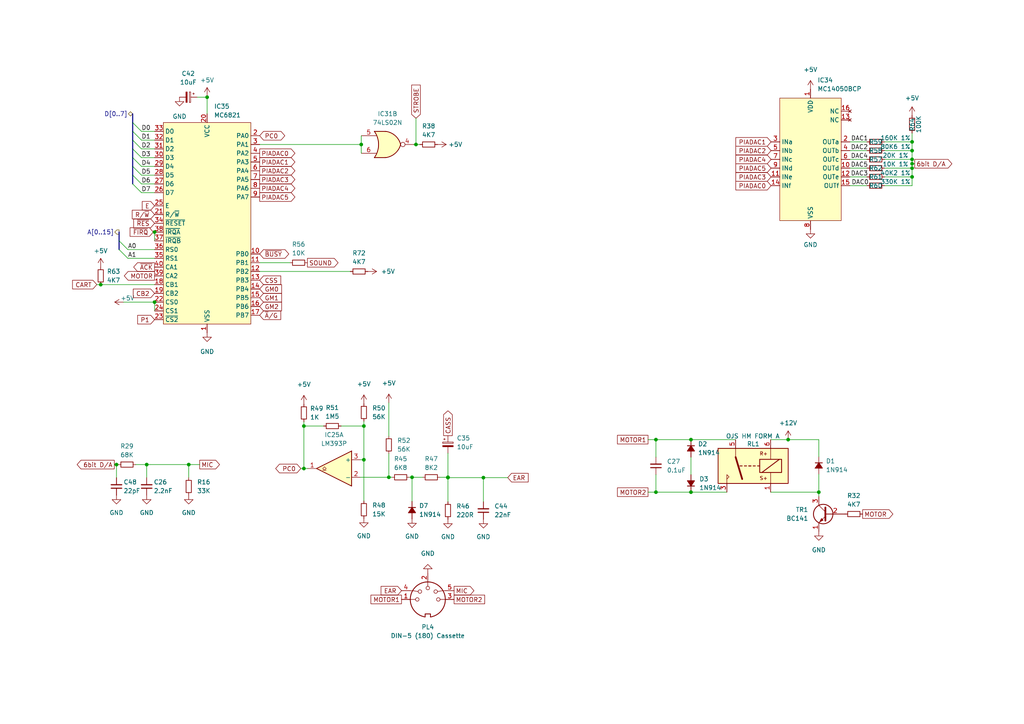
<source format=kicad_sch>
(kicad_sch (version 20231120) (generator "eeschema") (generator_version "8.0")
  (paper "A4")
  (lib_symbols
    (symbol "74xx:74LS02" (pin_names (offset 1.016))
      (property "Reference" "U" (at 0 1.27 0))
      (property "Value" "74LS02" (at 0 -1.27 0))
      (symbol "74LS02_1_1"
        (arc (start -3.81 -3.81) (mid -2.589 0) (end -3.81 3.81) (stroke (width 0.254)))
        (arc (start -0.6096 -3.81) (mid 2.1855 -2.584) (end 3.81 0) (stroke (width 0.254)) (fill (type background)))
        (polyline (pts (xy -3.81 -3.81) (xy -0.635 -3.81)) (stroke (width 0.254)) (fill (type background)))
        (polyline (pts (xy -3.81 3.81) (xy -0.635 3.81)) (stroke (width 0.254)) (fill (type background)))
        (polyline (pts (xy -0.635 3.81) (xy -3.81 3.81) (xy -3.81 3.81) (xy -3.556 3.4036) (xy -3.0226 2.2606) (xy -2.6924 1.0414) (xy -2.6162 -0.254) (xy -2.7686 -1.4986) (xy -3.175 -2.7178) (xy -3.81 -3.81) (xy -3.81 -3.81) (xy -0.635 -3.81)) (stroke (width -25.4)) (fill (type background)))
        (arc (start 3.81 0) (mid 2.1928 2.5925) (end -0.6096 3.81) (stroke (width 0.254)) (fill (type background)))
        (pin output inverted (at 7.62 0 180) (length 3.81) (name "~") (number "1"))
        (pin input line (at -7.62 2.54 0) (length 4.318) (name "~") (number "2"))
        (pin input line (at -7.62 -2.54 0) (length 4.318) (name "~") (number "3"))
      )
      (symbol "74LS02_1_2"
        (arc (start 0 -3.81) (mid 3.7934 0) (end 0 3.81) (stroke (width 0.254)) (fill (type background)))
        (polyline (pts (xy 0 3.81) (xy -3.81 3.81) (xy -3.81 -3.81) (xy 0 -3.81)) (stroke (width 0.254)) (fill (type background)))
        (pin output line (at 7.62 0 180) (length 3.81) (name "~") (number "1"))
        (pin input inverted (at -7.62 2.54 0) (length 3.81) (name "~") (number "2"))
        (pin input inverted (at -7.62 -2.54 0) (length 3.81) (name "~") (number "3"))
      )
      (symbol "74LS02_2_1"
        (arc (start -3.81 -3.81) (mid -2.589 0) (end -3.81 3.81) (stroke (width 0.254)))
        (arc (start -0.6096 -3.81) (mid 2.1855 -2.584) (end 3.81 0) (stroke (width 0.254)) (fill (type background)))
        (polyline (pts (xy -3.81 -3.81) (xy -0.635 -3.81)) (stroke (width 0.254)) (fill (type background)))
        (polyline (pts (xy -3.81 3.81) (xy -0.635 3.81)) (stroke (width 0.254)) (fill (type background)))
        (polyline (pts (xy -0.635 3.81) (xy -3.81 3.81) (xy -3.81 3.81) (xy -3.556 3.4036) (xy -3.0226 2.2606) (xy -2.6924 1.0414) (xy -2.6162 -0.254) (xy -2.7686 -1.4986) (xy -3.175 -2.7178) (xy -3.81 -3.81) (xy -3.81 -3.81) (xy -0.635 -3.81)) (stroke (width -25.4)) (fill (type background)))
        (arc (start 3.81 0) (mid 2.1928 2.5925) (end -0.6096 3.81) (stroke (width 0.254)) (fill (type background)))
        (pin output inverted (at 7.62 0 180) (length 3.81) (name "~") (number "4"))
        (pin input line (at -7.62 2.54 0) (length 4.318) (name "~") (number "5"))
        (pin input line (at -7.62 -2.54 0) (length 4.318) (name "~") (number "6"))
      )
      (symbol "74LS02_2_2"
        (arc (start 0 -3.81) (mid 3.7934 0) (end 0 3.81) (stroke (width 0.254)) (fill (type background)))
        (polyline (pts (xy 0 3.81) (xy -3.81 3.81) (xy -3.81 -3.81) (xy 0 -3.81)) (stroke (width 0.254)) (fill (type background)))
        (pin output line (at 7.62 0 180) (length 3.81) (name "~") (number "4"))
        (pin input inverted (at -7.62 2.54 0) (length 3.81) (name "~") (number "5"))
        (pin input inverted (at -7.62 -2.54 0) (length 3.81) (name "~") (number "6"))
      )
      (symbol "74LS02_3_1"
        (arc (start -3.81 -3.81) (mid -2.589 0) (end -3.81 3.81) (stroke (width 0.254)))
        (arc (start -0.6096 -3.81) (mid 2.1855 -2.584) (end 3.81 0) (stroke (width 0.254)) (fill (type background)))
        (polyline (pts (xy -3.81 -3.81) (xy -0.635 -3.81)) (stroke (width 0.254)) (fill (type background)))
        (polyline (pts (xy -3.81 3.81) (xy -0.635 3.81)) (stroke (width 0.254)) (fill (type background)))
        (polyline (pts (xy -0.635 3.81) (xy -3.81 3.81) (xy -3.81 3.81) (xy -3.556 3.4036) (xy -3.0226 2.2606) (xy -2.6924 1.0414) (xy -2.6162 -0.254) (xy -2.7686 -1.4986) (xy -3.175 -2.7178) (xy -3.81 -3.81) (xy -3.81 -3.81) (xy -0.635 -3.81)) (stroke (width -25.4)) (fill (type background)))
        (arc (start 3.81 0) (mid 2.1928 2.5925) (end -0.6096 3.81) (stroke (width 0.254)) (fill (type background)))
        (pin output inverted (at 7.62 0 180) (length 3.81) (name "~") (number "10"))
        (pin input line (at -7.62 2.54 0) (length 4.318) (name "~") (number "8"))
        (pin input line (at -7.62 -2.54 0) (length 4.318) (name "~") (number "9"))
      )
      (symbol "74LS02_3_2"
        (arc (start 0 -3.81) (mid 3.7934 0) (end 0 3.81) (stroke (width 0.254)) (fill (type background)))
        (polyline (pts (xy 0 3.81) (xy -3.81 3.81) (xy -3.81 -3.81) (xy 0 -3.81)) (stroke (width 0.254)) (fill (type background)))
        (pin output line (at 7.62 0 180) (length 3.81) (name "~") (number "10"))
        (pin input inverted (at -7.62 2.54 0) (length 3.81) (name "~") (number "8"))
        (pin input inverted (at -7.62 -2.54 0) (length 3.81) (name "~") (number "9"))
      )
      (symbol "74LS02_4_1"
        (arc (start -3.81 -3.81) (mid -2.589 0) (end -3.81 3.81) (stroke (width 0.254)))
        (arc (start -0.6096 -3.81) (mid 2.1855 -2.584) (end 3.81 0) (stroke (width 0.254)) (fill (type background)))
        (polyline (pts (xy -3.81 -3.81) (xy -0.635 -3.81)) (stroke (width 0.254)) (fill (type background)))
        (polyline (pts (xy -3.81 3.81) (xy -0.635 3.81)) (stroke (width 0.254)) (fill (type background)))
        (polyline (pts (xy -0.635 3.81) (xy -3.81 3.81) (xy -3.81 3.81) (xy -3.556 3.4036) (xy -3.0226 2.2606) (xy -2.6924 1.0414) (xy -2.6162 -0.254) (xy -2.7686 -1.4986) (xy -3.175 -2.7178) (xy -3.81 -3.81) (xy -3.81 -3.81) (xy -0.635 -3.81)) (stroke (width -25.4)) (fill (type background)))
        (arc (start 3.81 0) (mid 2.1928 2.5925) (end -0.6096 3.81) (stroke (width 0.254)) (fill (type background)))
        (pin input line (at -7.62 2.54 0) (length 4.318) (name "~") (number "11"))
        (pin input line (at -7.62 -2.54 0) (length 4.318) (name "~") (number "12"))
        (pin output inverted (at 7.62 0 180) (length 3.81) (name "~") (number "13"))
      )
      (symbol "74LS02_4_2"
        (arc (start 0 -3.81) (mid 3.7934 0) (end 0 3.81) (stroke (width 0.254)) (fill (type background)))
        (polyline (pts (xy 0 3.81) (xy -3.81 3.81) (xy -3.81 -3.81) (xy 0 -3.81)) (stroke (width 0.254)) (fill (type background)))
        (pin input inverted (at -7.62 2.54 0) (length 3.81) (name "~") (number "11"))
        (pin input inverted (at -7.62 -2.54 0) (length 3.81) (name "~") (number "12"))
        (pin output line (at 7.62 0 180) (length 3.81) (name "~") (number "13"))
      )
      (symbol "74LS02_5_0"
        (pin power_in line (at 0 12.7 270) (length 5.08) (name "VCC") (number "14"))
        (pin power_in line (at 0 -12.7 90) (length 5.08) (name "GND") (number "7"))
      )
      (symbol "74LS02_5_1"
        (rectangle (start -5.08 7.62) (end 5.08 -7.62) (stroke (width 0.254)) (fill (type background)))
      )
    )
    (symbol "Comparator:LM393" (pin_names (offset 0.127))
      (property "Reference" "U" (at 3.81 3.81 0))
      (property "Value" "LM393" (at 6.35 -3.81 0))
      (symbol "LM393_1_1"
        (polyline (pts (xy -5.08 5.08) (xy 5.08 0) (xy -5.08 -5.08) (xy -5.08 5.08)) (stroke (width 0.254)) (fill (type background)))
        (polyline (pts (xy 3.302 -0.508) (xy 2.794 -0.508) (xy 3.302 0) (xy 2.794 0.508) (xy 2.286 0) (xy 2.794 -0.508) (xy 2.286 -0.508)) (stroke (width 0.127)))
        (pin open_collector line (at 7.62 0 180) (length 2.54) (name "~") (number "1"))
        (pin input line (at -7.62 -2.54 0) (length 2.54) (name "-") (number "2"))
        (pin input line (at -7.62 2.54 0) (length 2.54) (name "+") (number "3"))
      )
      (symbol "LM393_2_1"
        (polyline (pts (xy -5.08 5.08) (xy 5.08 0) (xy -5.08 -5.08) (xy -5.08 5.08)) (stroke (width 0.254)) (fill (type background)))
        (polyline (pts (xy 3.302 -0.508) (xy 2.794 -0.508) (xy 3.302 0) (xy 2.794 0.508) (xy 2.286 0) (xy 2.794 -0.508) (xy 2.286 -0.508)) (stroke (width 0.127)))
        (pin input line (at -7.62 2.54 0) (length 2.54) (name "+") (number "5"))
        (pin input line (at -7.62 -2.54 0) (length 2.54) (name "_") (number "6"))
        (pin open_collector line (at 7.62 0 180) (length 2.54) (name "~") (number "7"))
      )
      (symbol "LM393_3_1"
        (pin power_in line (at -2.54 -7.62 90) (length 3.81) (name "V-") (number "4"))
        (pin power_in line (at -2.54 7.62 270) (length 3.81) (name "V+") (number "8"))
      )
    )
    (symbol "Connector:DIN-5_180degree" (pin_names (offset 1.016))
      (property "Reference" "J" (at 3.175 5.715 0))
      (property "Value" "DIN-5_180degree" (at 0 -6.35 0))
      (symbol "DIN-5_180degree_0_1"
        (arc (start -5.08 0) (mid -3.8597 -3.3379) (end -0.762 -5.08) (stroke (width 0.254)))
        (circle (center -3.048 0) (radius 0.508))
        (circle (center -2.286 2.286) (radius 0.508))
        (polyline (pts (xy -5.08 0) (xy -3.556 0)))
        (polyline (pts (xy 0 5.08) (xy 0 3.81)))
        (polyline (pts (xy 5.08 0) (xy 3.556 0)))
        (polyline (pts (xy -5.08 2.54) (xy -4.318 2.54) (xy -2.794 2.286)))
        (polyline (pts (xy 5.08 2.54) (xy 4.318 2.54) (xy 2.794 2.286)))
        (polyline (pts (xy -0.762 -4.953) (xy -0.762 -4.191) (xy 0.762 -4.191) (xy 0.762 -4.953)) (stroke (width 0.254)))
        (circle (center 0 3.302) (radius 0.508))
        (arc (start 0.762 -5.08) (mid 3.8673 -3.3444) (end 5.08 0) (stroke (width 0.254)))
        (circle (center 2.286 2.286) (radius 0.508))
        (circle (center 3.048 0) (radius 0.508))
        (arc (start 5.08 0) (mid 0 5.0579) (end -5.08 0) (stroke (width 0.254)))
      )
      (symbol "DIN-5_180degree_1_1"
        (pin passive line (at -7.62 0 0) (length 2.54) (name "~") (number "1"))
        (pin passive line (at 0 7.62 270) (length 2.54) (name "~") (number "2"))
        (pin passive line (at 7.62 0 180) (length 2.54) (name "~") (number "3"))
        (pin passive line (at -7.62 2.54 0) (length 2.54) (name "~") (number "4"))
        (pin passive line (at 7.62 2.54 180) (length 2.54) (name "~") (number "5"))
      )
    )
    (symbol "Device:C_Polarized_Small" (pin_numbers hide) (pin_names (offset 0.254) hide)
      (property "Reference" "C" (at 0.254 1.778 0))
      (property "Value" "C_Polarized_Small" (at 0.254 -2.032 0))
      (symbol "C_Polarized_Small_0_1"
        (rectangle (start -1.524 -0.3048) (end 1.524 -0.6858) (fill (type outline)))
        (rectangle (start -1.524 0.6858) (end 1.524 0.3048))
        (polyline (pts (xy -1.27 1.524) (xy -0.762 1.524)))
        (polyline (pts (xy -1.016 1.27) (xy -1.016 1.778)))
      )
      (symbol "C_Polarized_Small_1_1"
        (pin passive line (at 0 2.54 270) (length 1.8542) (name "~") (number "1"))
        (pin passive line (at 0 -2.54 90) (length 1.8542) (name "~") (number "2"))
      )
    )
    (symbol "Device:C_Small" (pin_numbers hide) (pin_names (offset 0.254) hide)
      (property "Reference" "C" (at 0.254 1.778 0))
      (property "Value" "C_Small" (at 0.254 -2.032 0))
      (symbol "C_Small_0_1"
        (polyline (pts (xy -1.524 -0.508) (xy 1.524 -0.508)) (stroke (width 0.3302)))
        (polyline (pts (xy -1.524 0.508) (xy 1.524 0.508)) (stroke (width 0.3048)))
      )
      (symbol "C_Small_1_1"
        (pin passive line (at 0 2.54 270) (length 2.032) (name "~") (number "1"))
        (pin passive line (at 0 -2.54 90) (length 2.032) (name "~") (number "2"))
      )
    )
    (symbol "Device:D_Small_Filled" (pin_numbers hide) (pin_names (offset 0.254) hide)
      (property "Reference" "D" (at -1.27 2.032 0))
      (property "Value" "D_Small_Filled" (at -3.81 -2.032 0))
      (symbol "D_Small_Filled_0_1"
        (polyline (pts (xy -0.762 -1.016) (xy -0.762 1.016)) (stroke (width 0.254)))
        (polyline (pts (xy -0.762 0) (xy 0.762 0)))
        (polyline (pts (xy 0.762 -1.016) (xy -0.762 0) (xy 0.762 1.016) (xy 0.762 -1.016)) (stroke (width 0.254)) (fill (type outline)))
      )
      (symbol "D_Small_Filled_1_1"
        (pin passive line (at -2.54 0 0) (length 1.778) (name "K") (number "1"))
        (pin passive line (at 2.54 0 180) (length 1.778) (name "A") (number "2"))
      )
    )
    (symbol "Device:R_Small" (pin_numbers hide) (pin_names (offset 0.254) hide)
      (property "Reference" "R" (at 0.762 0.508 0))
      (property "Value" "R_Small" (at 0.762 -1.016 0))
      (symbol "R_Small_0_1"
        (rectangle (start -0.762 1.778) (end 0.762 -1.778) (stroke (width 0.2032)))
      )
      (symbol "R_Small_1_1"
        (pin passive line (at 0 2.54 270) (length 0.762) (name "~") (number "1"))
        (pin passive line (at 0 -2.54 90) (length 0.762) (name "~") (number "2"))
      )
    )
    (symbol "Motorola PIA:MC14050BCP"
      (property "Reference" "U" (at 0 8.89 0))
      (property "Value" "MC14050BCP" (at 0 -10.16 0))
      (symbol "MC14050BCP_0_1"
        (rectangle (start -8.89 17.78) (end 8.89 -17.78) (fill (type background)))
      )
      (symbol "MC14050BCP_1_1"
        (pin power_in line (at 0 20.32 270) (length 2.54) (name "VDD") (number "1"))
        (pin output line (at 11.43 -2.54 180) (length 2.54) (name "OUTd") (number "10"))
        (pin input line (at -11.43 -5.08 0) (length 2.54) (name "INe") (number "11"))
        (pin output line (at 11.43 -5.08 180) (length 2.54) (name "OUTe") (number "12"))
        (pin no_connect line (at 11.43 11.43 180) (length 2.54) (name "NC") (number "13"))
        (pin input line (at -11.43 -7.62 0) (length 2.54) (name "INf") (number "14"))
        (pin output line (at 11.43 -7.62 180) (length 2.54) (name "OUTf") (number "15"))
        (pin no_connect line (at 11.43 13.97 180) (length 2.54) (name "NC") (number "16"))
        (pin output line (at 11.43 5.08 180) (length 2.54) (name "OUTa") (number "2"))
        (pin input line (at -11.43 5.08 0) (length 2.54) (name "INa") (number "3"))
        (pin output line (at 11.43 2.54 180) (length 2.54) (name "OUTb") (number "4"))
        (pin input line (at -11.43 2.54 0) (length 2.54) (name "INb") (number "5"))
        (pin output line (at 11.43 0 180) (length 2.54) (name "OUTc") (number "6"))
        (pin input line (at -11.43 0 0) (length 2.54) (name "INc") (number "7"))
        (pin power_in line (at 0 -20.32 90) (length 2.54) (name "VSS") (number "8"))
        (pin input line (at -11.43 -2.54 0) (length 2.54) (name "INd") (number "9"))
      )
    )
    (symbol "Motorola PIA:MC6821"
      (property "Reference" "U" (at 0 1.27 0))
      (property "Value" "MC6821" (at 0 -1.27 0))
      (symbol "MC6821_0_1"
        (rectangle (start -12.7 30.48) (end 12.7 -27.94) (fill (type background)))
      )
      (symbol "MC6821_1_1"
        (pin power_in line (at 0 -30.48 90) (length 2.54) (name "VSS") (number "1"))
        (pin bidirectional line (at 15.24 -7.62 180) (length 2.54) (name "PB0") (number "10"))
        (pin bidirectional line (at 15.24 -10.16 180) (length 2.54) (name "PB1") (number "11"))
        (pin bidirectional line (at 15.24 -12.7 180) (length 2.54) (name "PB2") (number "12"))
        (pin bidirectional line (at 15.24 -15.24 180) (length 2.54) (name "PB3") (number "13"))
        (pin bidirectional line (at 15.24 -17.78 180) (length 2.54) (name "PB4") (number "14"))
        (pin bidirectional line (at 15.24 -20.32 180) (length 2.54) (name "PB5") (number "15"))
        (pin bidirectional line (at 15.24 -22.86 180) (length 2.54) (name "PB6") (number "16"))
        (pin bidirectional line (at 15.24 -25.4 180) (length 2.54) (name "PB7") (number "17"))
        (pin input line (at -15.24 -16.51 0) (length 2.54) (name "CB1") (number "18"))
        (pin input line (at -15.24 -19.05 0) (length 2.54) (name "CB2") (number "19"))
        (pin bidirectional line (at 15.24 26.67 180) (length 2.54) (name "PA0") (number "2"))
        (pin power_in line (at 0 33.02 270) (length 2.54) (name "VCC") (number "20"))
        (pin input line (at -15.24 3.81 0) (length 2.54) (name "R/~{W}") (number "21"))
        (pin input line (at -15.24 -21.59 0) (length 2.54) (name "CS0") (number "22"))
        (pin input line (at -15.24 -26.67 0) (length 2.54) (name "~{CS2}") (number "23"))
        (pin input line (at -15.24 -24.13 0) (length 2.54) (name "CS1") (number "24"))
        (pin input line (at -15.24 6.35 0) (length 2.54) (name "E") (number "25"))
        (pin bidirectional line (at -15.24 10.16 0) (length 2.54) (name "D7") (number "26"))
        (pin bidirectional line (at -15.24 12.7 0) (length 2.54) (name "D6") (number "27"))
        (pin bidirectional line (at -15.24 15.24 0) (length 2.54) (name "D5") (number "28"))
        (pin bidirectional line (at -15.24 17.78 0) (length 2.54) (name "D4") (number "29"))
        (pin bidirectional line (at 15.24 24.13 180) (length 2.54) (name "PA1") (number "3"))
        (pin bidirectional line (at -15.24 20.32 0) (length 2.54) (name "D3") (number "30"))
        (pin bidirectional line (at -15.24 22.86 0) (length 2.54) (name "D2") (number "31"))
        (pin bidirectional line (at -15.24 25.4 0) (length 2.54) (name "D1") (number "32"))
        (pin bidirectional line (at -15.24 27.94 0) (length 2.54) (name "D0") (number "33"))
        (pin input line (at -15.24 1.27 0) (length 2.54) (name "~{RESET}") (number "34"))
        (pin input line (at -15.24 -8.89 0) (length 2.54) (name "RS1") (number "35"))
        (pin input line (at -15.24 -6.35 0) (length 2.54) (name "RS0") (number "36"))
        (pin input line (at -15.24 -3.81 0) (length 2.54) (name "~{IRQB}") (number "37"))
        (pin input line (at -15.24 -1.27 0) (length 2.54) (name "~{IRQA}") (number "38"))
        (pin input line (at -15.24 -13.97 0) (length 2.54) (name "CA2") (number "39"))
        (pin bidirectional line (at 15.24 21.59 180) (length 2.54) (name "PA2") (number "4"))
        (pin input line (at -15.24 -11.43 0) (length 2.54) (name "CA1") (number "40"))
        (pin bidirectional line (at 15.24 19.05 180) (length 2.54) (name "PA3") (number "5"))
        (pin bidirectional line (at 15.24 16.51 180) (length 2.54) (name "PA4") (number "6"))
        (pin bidirectional line (at 15.24 13.97 180) (length 2.54) (name "PA5") (number "7"))
        (pin bidirectional line (at 15.24 11.43 180) (length 2.54) (name "PA6") (number "8"))
        (pin bidirectional line (at 15.24 8.89 180) (length 2.54) (name "PA7") (number "9"))
      )
    )
    (symbol "Relay:ADW11"
      (property "Reference" "K" (at 11.43 3.81 0))
      (property "Value" "ADW11" (at 13.97 1.27 0))
      (symbol "ADW11_1_1"
        (rectangle (start -10.16 5.08) (end 10.16 -5.08) (stroke (width 0.254)) (fill (type background)))
        (rectangle (start -8.255 1.905) (end -1.905 -1.905) (stroke (width 0.254)))
        (polyline (pts (xy -7.62 -1.905) (xy -2.54 1.905)) (stroke (width 0.254)))
        (polyline (pts (xy -5.08 -5.08) (xy -5.08 -1.905)))
        (polyline (pts (xy -5.08 5.08) (xy -5.08 1.905)))
        (polyline (pts (xy -1.905 0) (xy -1.27 0)) (stroke (width 0.254)))
        (polyline (pts (xy -0.635 0) (xy 0 0)) (stroke (width 0.254)))
        (polyline (pts (xy 0.635 0) (xy 1.27 0)) (stroke (width 0.254)))
        (polyline (pts (xy 0.635 0) (xy 1.27 0)) (stroke (width 0.254)))
        (polyline (pts (xy 1.905 0) (xy 2.54 0)) (stroke (width 0.254)))
        (polyline (pts (xy 3.175 0) (xy 3.81 0)) (stroke (width 0.254)))
        (polyline (pts (xy 5.08 -2.54) (xy 3.175 3.81)) (stroke (width 0.508)))
        (polyline (pts (xy 5.08 -2.54) (xy 5.08 -5.08)))
        (polyline (pts (xy 7.62 3.81) (xy 7.62 5.08)))
        (polyline (pts (xy 7.62 3.81) (xy 7.62 2.54) (xy 6.985 3.175) (xy 7.62 3.81)))
        (text "R+" (at -3.048 -3.556 0) (effects (font (size 1.016 1.016))))
        (text "S+" (at -3.048 3.556 0) (effects (font (size 1.016 1.016))))
        (pin passive line (at -5.08 7.62 270) (length 2.54) (name "~") (number "1"))
        (pin passive line (at 7.62 7.62 270) (length 2.54) (name "~") (number "3"))
        (pin passive line (at 5.08 -7.62 90) (length 2.54) (name "~") (number "5"))
        (pin passive line (at -5.08 -7.62 90) (length 2.54) (name "~") (number "6"))
      )
    )
    (symbol "Transistor_BJT:BC141" (pin_names (offset 0) hide)
      (property "Reference" "Q" (at 5.08 1.905 0))
      (property "Value" "BC141" (at 5.08 0 0))
      (symbol "BC141_0_1"
        (polyline (pts (xy 0.635 0.635) (xy 2.54 2.54)))
        (polyline (pts (xy 0.635 -0.635) (xy 2.54 -2.54) (xy 2.54 -2.54)))
        (polyline (pts (xy 0.635 1.905) (xy 0.635 -1.905) (xy 0.635 -1.905)) (stroke (width 0.508)))
        (polyline (pts (xy 1.27 -1.778) (xy 1.778 -1.27) (xy 2.286 -2.286) (xy 1.27 -1.778) (xy 1.27 -1.778)) (fill (type outline)))
        (circle (center 1.27 0) (radius 2.8194) (stroke (width 0.254)))
      )
      (symbol "BC141_1_1"
        (pin passive line (at 2.54 -5.08 90) (length 2.54) (name "E") (number "1"))
        (pin passive line (at -5.08 0 0) (length 5.715) (name "B") (number "2"))
        (pin passive line (at 2.54 5.08 270) (length 2.54) (name "C") (number "3"))
      )
    )
    (symbol "power:+12V" (power) (pin_names (offset 0))
      (property "Value" "+12V" (at 0 3.556 0))
      (symbol "+12V_0_1"
        (polyline (pts (xy -0.762 1.27) (xy 0 2.54)))
        (polyline (pts (xy 0 0) (xy 0 2.54)))
        (polyline (pts (xy 0 2.54) (xy 0.762 1.27)))
      )
      (symbol "+12V_1_1"
        (pin power_in line (at 0 0 90) (length 0) hide (name "+12V") (number "1"))
      )
    )
    (symbol "power:+5V" (power) (pin_names (offset 0))
      (property "Value" "+5V" (at 0 3.556 0))
      (symbol "+5V_0_1"
        (polyline (pts (xy -0.762 1.27) (xy 0 2.54)))
        (polyline (pts (xy 0 0) (xy 0 2.54)))
        (polyline (pts (xy 0 2.54) (xy 0.762 1.27)))
      )
      (symbol "+5V_1_1"
        (pin power_in line (at 0 0 90) (length 0) hide (name "+5V") (number "1"))
      )
    )
    (symbol "power:GND" (power) (pin_names (offset 0))
      (property "Value" "GND" (at 0 -3.81 0))
      (symbol "GND_0_1"
        (polyline (pts (xy 0 0) (xy 0 -1.27) (xy 1.27 -1.27) (xy 0 -2.54) (xy -1.27 -1.27) (xy 0 -1.27)))
      )
      (symbol "GND_1_1"
        (pin power_in line (at 0 0 270) (length 0) hide (name "GND") (number "1"))
      )
    )
  )
  (junction (at 42.545 134.747))
  (junction (at 54.737 134.747))
  (junction (at 119.507 138.43))
  (junction (at 190.246 142.748))
  (junction (at 140.208 138.5303))
  (junction (at 129.921 138.43))
  (junction (at 29.21 82.55))
  (junction (at 200.406 127.508))
  (junction (at 264.541 43.688))
  (junction (at 129.921 138.5303))
  (junction (at 264.541 48.768))
  (junction (at 44.831 87.63))
  (junction (at 120.65 41.91))
  (junction (at 105.537 133.35))
  (junction (at 264.541 47.498))
  (junction (at 104.775 41.91))
  (junction (at 264.541 51.308))
  (junction (at 237.49 142.748))
  (junction (at 88.138 135.89))
  (junction (at 190.246 127.508))
  (junction (at 200.406 142.748))
  (junction (at 88.138 123.571))
  (junction (at 60.071 28.194))
  (junction (at 264.541 41.148))
  (junction (at 112.776 138.43))
  (junction (at 33.782 134.747))
  (junction (at 228.6 127.508))
  (junction (at 105.537 123.571))
  (junction (at 44.831 67.31))
  (junction (at 264.541 46.228))
  (bus_entry (at 38.481 40.64) (size 2.54 2.54))
  (bus_entry (at 34.544 69.85) (size 2.54 2.54))
  (bus_entry (at 38.481 35.56) (size 2.54 2.54))
  (bus_entry (at 38.481 50.8) (size 2.54 2.54))
  (bus_entry (at 38.481 53.34) (size 2.54 2.54))
  (bus_entry (at 38.481 43.18) (size 2.54 2.54))
  (bus_entry (at 38.481 45.72) (size 2.54 2.54))
  (bus_entry (at 38.481 48.26) (size 2.54 2.54))
  (bus_entry (at 38.481 38.1) (size 2.54 2.54))
  (bus_entry (at 34.544 72.39) (size 2.54 2.54))
  (wire (pts (xy 147.2599 138.5359) (xy 140.208 138.5303)))
  (wire (pts (xy 104.775 39.37) (xy 104.775 41.91)))
  (wire (pts (xy 140.208 145.542) (xy 140.208 138.5303)))
  (wire (pts (xy 41.021 38.1) (xy 44.831 38.1)))
  (bus (pts (xy 38.481 38.1) (xy 38.481 40.64)))
  (wire (pts (xy 264.541 47.498) (xy 264.541 48.768)))
  (bus (pts (xy 38.481 45.72) (xy 38.481 48.26)))
  (wire (pts (xy 120.015 41.91) (xy 120.65 41.91)))
  (wire (pts (xy 42.545 134.747) (xy 42.545 138.557)))
  (bus (pts (xy 34.544 69.85) (xy 34.544 72.39)))
  (wire (pts (xy 54.737 134.747) (xy 42.545 134.747)))
  (wire (pts (xy 251.46 41.148) (xy 246.507 41.148)))
  (wire (pts (xy 112.776 116.84) (xy 112.776 126.492)))
  (wire (pts (xy 251.46 43.688) (xy 246.507 43.688)))
  (wire (pts (xy 33.782 134.747) (xy 34.29 134.747)))
  (wire (pts (xy 105.537 123.571) (xy 98.933 123.571)))
  (wire (pts (xy 112.776 131.572) (xy 112.776 138.43)))
  (wire (pts (xy 264.541 48.768) (xy 264.541 51.308)))
  (wire (pts (xy 237.49 137.541) (xy 237.49 142.748)))
  (wire (pts (xy 57.912 134.747) (xy 54.737 134.747)))
  (wire (pts (xy 41.021 45.72) (xy 44.831 45.72)))
  (wire (pts (xy 200.406 142.748) (xy 210.82 142.748)))
  (wire (pts (xy 264.541 38.608) (xy 264.541 41.148)))
  (wire (pts (xy 256.54 48.768) (xy 264.541 48.768)))
  (wire (pts (xy 54.737 134.747) (xy 54.737 138.557)))
  (wire (pts (xy 200.406 132.588) (xy 200.406 137.668)))
  (wire (pts (xy 251.46 48.768) (xy 246.507 48.768)))
  (wire (pts (xy 119.507 145.415) (xy 119.507 138.43)))
  (wire (pts (xy 105.537 122.174) (xy 105.537 123.571)))
  (wire (pts (xy 200.406 127.508) (xy 213.36 127.508)))
  (wire (pts (xy 190.246 127.508) (xy 200.406 127.508)))
  (wire (pts (xy 35.814 87.63) (xy 44.831 87.63)))
  (wire (pts (xy 256.54 51.308) (xy 264.541 51.308)))
  (bus (pts (xy 38.481 48.26) (xy 38.481 50.8)))
  (wire (pts (xy 75.311 78.74) (xy 101.6 78.74)))
  (wire (pts (xy 187.96 142.748) (xy 190.246 142.748)))
  (wire (pts (xy 264.541 46.228) (xy 264.541 47.498)))
  (wire (pts (xy 129.921 145.542) (xy 129.921 138.5303)))
  (wire (pts (xy 87.249 135.89) (xy 88.138 135.89)))
  (wire (pts (xy 28.067 82.55) (xy 29.21 82.55)))
  (wire (pts (xy 237.49 127.508) (xy 237.49 132.461)))
  (wire (pts (xy 105.537 133.35) (xy 105.537 145.288)))
  (wire (pts (xy 29.21 82.55) (xy 44.831 82.55)))
  (wire (pts (xy 256.54 53.848) (xy 264.541 53.848)))
  (wire (pts (xy 223.52 142.748) (xy 237.49 142.748)))
  (wire (pts (xy 129.921 131.445) (xy 129.921 138.43)))
  (wire (pts (xy 44.831 67.31) (xy 44.831 69.85)))
  (wire (pts (xy 42.545 134.747) (xy 39.37 134.747)))
  (wire (pts (xy 190.246 142.748) (xy 200.406 142.748)))
  (wire (pts (xy 251.46 53.848) (xy 246.507 53.848)))
  (wire (pts (xy 129.921 138.5303) (xy 129.921 138.43)))
  (wire (pts (xy 237.49 142.748) (xy 237.49 144.018)))
  (wire (pts (xy 120.65 34.29) (xy 120.65 41.91)))
  (wire (pts (xy 41.021 40.64) (xy 44.831 40.64)))
  (wire (pts (xy 223.52 127.508) (xy 228.6 127.508)))
  (wire (pts (xy 140.208 138.5303) (xy 129.921 138.5303)))
  (wire (pts (xy 256.54 41.148) (xy 264.541 41.148)))
  (wire (pts (xy 44.45 67.31) (xy 44.831 67.31)))
  (wire (pts (xy 84.074 76.2) (xy 75.311 76.2)))
  (wire (pts (xy 187.96 127.508) (xy 190.246 127.508)))
  (wire (pts (xy 264.541 43.688) (xy 264.541 46.228)))
  (wire (pts (xy 251.46 51.308) (xy 246.507 51.308)))
  (wire (pts (xy 264.541 51.308) (xy 264.541 53.848)))
  (wire (pts (xy 190.246 132.588) (xy 190.246 127.508)))
  (wire (pts (xy 60.071 27.94) (xy 60.071 28.194)))
  (wire (pts (xy 88.138 123.571) (xy 88.138 135.89)))
  (wire (pts (xy 256.54 43.688) (xy 264.541 43.688)))
  (bus (pts (xy 34.544 67.31) (xy 34.544 69.85)))
  (wire (pts (xy 88.138 122.301) (xy 88.138 123.571)))
  (wire (pts (xy 104.775 41.91) (xy 104.775 44.45)))
  (wire (pts (xy 57.15 28.194) (xy 60.071 28.194)))
  (wire (pts (xy 112.776 138.43) (xy 104.521 138.43)))
  (wire (pts (xy 264.541 41.148) (xy 264.541 43.688)))
  (wire (pts (xy 88.138 135.89) (xy 89.281 135.89)))
  (wire (pts (xy 113.665 138.43) (xy 112.776 138.43)))
  (wire (pts (xy 105.537 133.35) (xy 104.521 133.35)))
  (wire (pts (xy 41.021 50.8) (xy 44.831 50.8)))
  (wire (pts (xy 37.084 72.39) (xy 44.831 72.39)))
  (wire (pts (xy 37.084 74.93) (xy 44.831 74.93)))
  (wire (pts (xy 41.021 48.26) (xy 44.831 48.26)))
  (bus (pts (xy 38.481 33.02) (xy 38.481 35.56)))
  (wire (pts (xy 122.555 138.43) (xy 119.507 138.43)))
  (wire (pts (xy 105.537 123.571) (xy 105.537 133.35)))
  (wire (pts (xy 119.507 138.43) (xy 118.745 138.43)))
  (wire (pts (xy 60.071 28.194) (xy 60.071 33.02)))
  (wire (pts (xy 75.311 41.91) (xy 104.775 41.91)))
  (wire (pts (xy 129.921 138.43) (xy 127.635 138.43)))
  (wire (pts (xy 190.246 137.668) (xy 190.246 142.748)))
  (wire (pts (xy 41.021 53.34) (xy 44.831 53.34)))
  (wire (pts (xy 228.6 127.508) (xy 237.49 127.508)))
  (wire (pts (xy 264.541 47.498) (xy 265.303 47.498)))
  (wire (pts (xy 41.021 55.88) (xy 44.831 55.88)))
  (bus (pts (xy 38.481 43.18) (xy 38.481 45.72)))
  (bus (pts (xy 38.481 35.56) (xy 38.481 38.1)))
  (wire (pts (xy 44.831 87.63) (xy 44.831 90.17)))
  (wire (pts (xy 88.138 123.571) (xy 93.853 123.571)))
  (wire (pts (xy 251.46 46.228) (xy 246.507 46.228)))
  (wire (pts (xy 33.147 134.747) (xy 33.782 134.747)))
  (bus (pts (xy 38.481 50.8) (xy 38.481 53.34)))
  (wire (pts (xy 256.54 46.228) (xy 264.541 46.228)))
  (wire (pts (xy 41.021 43.18) (xy 44.831 43.18)))
  (wire (pts (xy 120.65 41.91) (xy 121.793 41.91)))
  (bus (pts (xy 38.481 40.64) (xy 38.481 43.18)))
  (wire (pts (xy 33.782 138.557) (xy 33.782 134.747)))
  (label "DAC5" (at 246.7421 48.768 0))
  (label "D3" (at 41.021 45.72 0))
  (label "DAC1" (at 246.7972 41.148 0))
  (label "DAC2" (at 246.7421 43.688 0))
  (label "DAC0" (at 246.9626 53.848 0))
  (label "A0" (at 37.084 72.39 0))
  (label "D2" (at 41.021 43.18 0))
  (label "D5" (at 41.021 50.8 0))
  (label "D0" (at 41.021 38.1 0))
  (label "D6" (at 41.021 53.34 0))
  (label "D7" (at 41.021 55.88 0))
  (label "DAC3" (at 246.7421 51.308 0))
  (label "DAC4" (at 246.7421 46.228 0))
  (label "D1" (at 41.021 40.64 0))
  (label "D4" (at 41.021 48.26 0))
  (label "A1" (at 37.084 74.93 0))
  (global_label "~{FIRQ}" (shape input) (at 44.45 67.31 180) (property "Intersheetrefs" "${INTERSHEET_REFS}" (effects (hide yes))))
  (global_label "MOTOR" (shape output) (at 44.831 80.01 180) (property "Intersheetrefs" "${INTERSHEET_REFS}" (effects (hide yes))))
  (global_label "MIC" (shape output) (at 57.912 134.747 0) (property "Intersheetrefs" "${INTERSHEET_REFS}" (effects (hide yes))))
  (global_label "PC0" (shape bidirectional) (at 87.249 135.89 180) (property "Intersheetrefs" "${INTERSHEET_REFS}" (effects (hide yes))))
  (global_label "EAR" (shape input) (at 116.459 171.323 180) (property "Intersheetrefs" "${INTERSHEET_REFS}" (effects (hide yes))))
  (global_label "PIADAC2" (shape output) (at 75.311 49.53 0) (property "Intersheetrefs" "${INTERSHEET_REFS}" (effects (hide yes))))
  (global_label "MOTOR2" (shape passive) (at 187.96 142.748 180) (property "Intersheetrefs" "${INTERSHEET_REFS}" (effects (hide yes))))
  (global_label "PIADAC0" (shape output) (at 75.311 44.45 0) (property "Intersheetrefs" "${INTERSHEET_REFS}" (effects (hide yes))))
  (global_label "PIADAC4" (shape input) (at 223.647 46.228 180) (property "Intersheetrefs" "${INTERSHEET_REFS}" (effects (hide yes))))
  (global_label "PC0" (shape bidirectional) (at 75.311 39.37 0) (property "Intersheetrefs" "${INTERSHEET_REFS}" (effects (hide yes))))
  (global_label "PIADAC1" (shape output) (at 75.311 46.99 0) (property "Intersheetrefs" "${INTERSHEET_REFS}" (effects (hide yes))))
  (global_label "GM0" (shape input) (at 75.311 83.82 0) (property "Intersheetrefs" "${INTERSHEET_REFS}" (effects (hide yes))))
  (global_label "PIADAC0" (shape input) (at 223.647 53.848 180) (property "Intersheetrefs" "${INTERSHEET_REFS}" (effects (hide yes))))
  (global_label "P1" (shape input) (at 44.831 92.71 180) (property "Intersheetrefs" "${INTERSHEET_REFS}" (effects (hide yes))))
  (global_label "MOTOR1" (shape passive) (at 116.459 173.863 180) (property "Intersheetrefs" "${INTERSHEET_REFS}" (effects (hide yes))))
  (global_label "MOTOR" (shape output) (at 250.19 149.098 0) (property "Intersheetrefs" "${INTERSHEET_REFS}" (effects (hide yes))))
  (global_label "E" (shape input) (at 44.831 59.69 180) (property "Intersheetrefs" "${INTERSHEET_REFS}" (effects (hide yes))))
  (global_label "~{BUSY}" (shape bidirectional) (at 75.311 73.66 0) (property "Intersheetrefs" "${INTERSHEET_REFS}" (effects (hide yes))))
  (global_label "SOUND" (shape output) (at 89.154 76.2 0) (property "Intersheetrefs" "${INTERSHEET_REFS}" (effects (hide yes))))
  (global_label "MOTOR2" (shape passive) (at 131.699 173.863 0) (property "Intersheetrefs" "${INTERSHEET_REFS}" (effects (hide yes))))
  (global_label "MIC" (shape output) (at 131.699 171.323 0) (property "Intersheetrefs" "${INTERSHEET_REFS}" (effects (hide yes))))
  (global_label "R{slash}~{W}" (shape input) (at 44.831 62.23 180) (property "Intersheetrefs" "${INTERSHEET_REFS}" (effects (hide yes))))
  (global_label "PIADAC1" (shape input) (at 223.647 41.148 180) (property "Intersheetrefs" "${INTERSHEET_REFS}" (effects (hide yes))))
  (global_label "6bit D{slash}A" (shape output) (at 33.147 134.747 180) (property "Intersheetrefs" "${INTERSHEET_REFS}" (effects (hide yes))))
  (global_label "~{ACK}" (shape output) (at 44.831 77.47 180) (property "Intersheetrefs" "${INTERSHEET_REFS}" (effects (hide yes))))
  (global_label "STROBE" (shape input) (at 120.65 34.29 90) (property "Intersheetrefs" "${INTERSHEET_REFS}" (effects (hide yes))))
  (global_label "PIADAC4" (shape output) (at 75.311 54.61 0) (property "Intersheetrefs" "${INTERSHEET_REFS}" (effects (hide yes))))
  (global_label "~{A}{slash}G" (shape input) (at 75.311 91.44 0) (property "Intersheetrefs" "${INTERSHEET_REFS}" (effects (hide yes))))
  (global_label "CART" (shape input) (at 28.067 82.55 180) (property "Intersheetrefs" "${INTERSHEET_REFS}" (effects (hide yes))))
  (global_label "PIADAC3" (shape output) (at 75.311 52.07 0) (property "Intersheetrefs" "${INTERSHEET_REFS}" (effects (hide yes))))
  (global_label "MOTOR1" (shape passive) (at 187.96 127.508 180) (property "Intersheetrefs" "${INTERSHEET_REFS}" (effects (hide yes))))
  (global_label "PIADAC5" (shape input) (at 223.647 48.768 180) (property "Intersheetrefs" "${INTERSHEET_REFS}" (effects (hide yes))))
  (global_label "CASS" (shape output) (at 129.921 126.365 90) (property "Intersheetrefs" "${INTERSHEET_REFS}" (effects (hide yes))))
  (global_label "PIADAC5" (shape output) (at 75.311 57.15 0) (property "Intersheetrefs" "${INTERSHEET_REFS}" (effects (hide yes))))
  (global_label "CB2" (shape input) (at 44.831 85.09 180) (property "Intersheetrefs" "${INTERSHEET_REFS}" (effects (hide yes))))
  (global_label "6bit D{slash}A" (shape output) (at 265.303 47.498 0) (property "Intersheetrefs" "${INTERSHEET_REFS}" (effects (hide yes))))
  (global_label "EAR" (shape input) (at 147.2599 138.5359 0) (property "Intersheetrefs" "${INTERSHEET_REFS}" (effects (hide yes))))
  (global_label "PIADAC3" (shape input) (at 223.647 51.308 180) (property "Intersheetrefs" "${INTERSHEET_REFS}" (effects (hide yes))))
  (global_label "CSS" (shape input) (at 75.311 81.28 0) (property "Intersheetrefs" "${INTERSHEET_REFS}" (effects (hide yes))))
  (global_label "~{RES}" (shape input) (at 44.831 64.77 180) (property "Intersheetrefs" "${INTERSHEET_REFS}" (effects (hide yes))))
  (global_label "PIADAC2" (shape input) (at 223.647 43.688 180) (property "Intersheetrefs" "${INTERSHEET_REFS}" (effects (hide yes))))
  (global_label "GM2" (shape input) (at 75.311 88.9 0) (property "Intersheetrefs" "${INTERSHEET_REFS}" (effects (hide yes))))
  (global_label "GM1" (shape input) (at 75.311 86.36 0) (property "Intersheetrefs" "${INTERSHEET_REFS}" (effects (hide yes))))
  (hierarchical_label "D[0..7]" (shape bidirectional) (at 38.481 33.02 180))
  (hierarchical_label "A[0..15]" (shape output) (at 34.544 67.31 180))
  (symbol (lib_id "Device:C_Small") (at 33.782 141.097 180) (unit 1)
    (property "Reference" "C48" (at 35.814 139.827 0) (effects (justify right)))
    (property "Value" "22pF" (at 35.814 142.367 0) (effects (justify right)))
    (property "Footprint" "Capacitor_THT:C_Disc_D3.0mm_W2.0mm_P2.50mm" (effects (hide yes)))
    (property "Datasheet" "https://connect.kemet.com:7667/gateway/IntelliData-ComponentDocumentation/1.0/download/datasheet/C315C220K2G5TA7301" (effects (hide yes)))
    (property "DigiKey" "399-13930-1-ND" (effects (hide yes)))
  )
  (symbol (lib_id "Connector:DIN-5_180degree") (at 124.079 173.863 0) (unit 1)
    (property "Reference" "PL4" (at 124.0791 181.864 0))
    (property "Value" "DIN-5 (180) Cassette" (at 124.0791 184.404 0))
    (property "Footprint" "Dragon:DIN-5_DELTRON_671-0501_45deg_Horizontal" (effects (hide yes)))
    (property "Datasheet" "https://www.dem-uk.com/deltron-components/Data/Product_Downloads/deltron-671-0501-5-way-din-socket-data.pdf" (effects (hide yes)))
    (property "Note" "RS Components" (effects (hide yes)))
  )
  (symbol (lib_id "Device:R_Small") (at 105.537 147.828 180) (unit 1)
    (property "Reference" "R48" (at 107.95 146.5579 0) (effects (justify right)))
    (property "Value" "15K" (at 107.95 149.0979 0) (effects (justify right)))
    (property "Footprint" "Dragon:R_Axial_DIN0309_L9.0mm_D2.5mm_P12.70mm_Horizontal" (effects (hide yes)))
    (property "DigiKey" "CF14JT15K0CT-ND" (effects (hide yes)))
  )
  (symbol (lib_id "Device:D_Small_Filled") (at 200.406 140.208 270) (mirror x) (unit 1)
    (property "Reference" "D3" (at 202.819 138.9379 90) (effects (justify left)))
    (property "Value" "1N914" (at 202.819 141.4779 90) (effects (justify left)))
    (property "Footprint" "Diode_THT:D_DO-35_SOD27_P12.70mm_Horizontal" (effects (hide yes)))
    (property "Datasheet" "http://www.vishay.com/docs/85622/1n914.pdf" (effects (hide yes)))
    (property "DigiKey" "1N914FS-ND" (effects (hide yes)))
  )
  (symbol (lib_id "Device:C_Small") (at 42.545 141.097 180) (unit 1)
    (property "Reference" "C26" (at 44.577 139.827 0) (effects (justify right)))
    (property "Value" "2.2nF" (at 44.577 142.367 0) (effects (justify right)))
    (property "Footprint" "Capacitor_THT:C_Disc_D4.3mm_W1.9mm_P5.00mm" (effects (hide yes)))
    (property "Datasheet" "https://www.vishay.com/docs/45171/kseries.pdf" (effects (hide yes)))
    (property "DigiKey" "BC1074CT-ND" (effects (hide yes)))
  )
  (symbol (lib_id "power:+5V") (at 88.138 117.221 0) (unit 1)
    (property "Reference" "#PWR099" (effects (hide yes)))
    (property "Value" "+5V" (at 88.138 111.506 0))
  )
  (symbol (lib_id "power:GND") (at 119.507 150.495 0) (unit 1)
    (property "Reference" "#PWR0105" (effects (hide yes)))
    (property "Value" "GND" (at 119.507 155.575 0))
  )
  (symbol (lib_id "Device:R_Small") (at 116.205 138.43 270) (unit 1)
    (property "Reference" "R45" (at 116.205 133.096 90))
    (property "Value" "6K8" (at 116.205 135.636 90))
    (property "Footprint" "Dragon:R_Axial_DIN0309_L9.0mm_D2.5mm_P12.70mm_Horizontal" (effects (hide yes)))
    (property "DigiKey" "CF14JT6K80CT-ND" (effects (hide yes)))
  )
  (symbol (lib_id "Device:R_Small") (at 254 51.308 270) (unit 1)
    (property "Reference" "R61" (at 254 51.308 90))
    (property "Value" "40K2 1%" (at 259.715 50.165 90))
    (property "Footprint" "Dragon:R_Axial_DIN0309_L9.0mm_D2.5mm_P12.70mm_Horizontal" (effects (hide yes)))
    (property "DigiKey" "RNF14FTD41K2CT-ND" (effects (hide yes)))
    (property "Note" "40K2 not availalbe from digikey in 1% tolerance" (effects (hide yes)))
  )
  (symbol (lib_id "power:+12V") (at 228.6 127.508 0) (unit 1)
    (property "Reference" "#PWR0110" (effects (hide yes)))
    (property "Value" "+12V" (at 228.6 122.682 0))
  )
  (symbol (lib_id "Transistor_BJT:BC141") (at 240.03 149.098 0) (mirror y) (unit 1)
    (property "Reference" "TR1" (at 234.442 147.8279 0) (effects (justify left)))
    (property "Value" "BC141" (at 234.442 150.3679 0) (effects (justify left)))
    (property "Footprint" "Package_TO_SOT_THT:TO-92_Inline_Wide" (effects (hide yes)))
    (property "Datasheet" "https://alltransistors.com/adv/pdfview.php?doc=bc140_bc141_cnv_2.pdf&dire=_philips" (effects (hide yes)))
    (property "DigiKey" "SS8050DTACT-ND" (effects (hide yes)))
    (property "Note" "do NOT use KSD1616AYTA instead" (effects (hide yes)))
  )
  (symbol (lib_id "power:+5V") (at 112.776 116.84 0) (unit 1)
    (property "Reference" "#PWR0104" (effects (hide yes)))
    (property "Value" "+5V" (at 112.776 111.125 0))
  )
  (symbol (lib_id "Device:R_Small") (at 96.393 123.571 270) (unit 1)
    (property "Reference" "R51" (at 96.393 118.237 90))
    (property "Value" "1M5" (at 96.393 120.777 90))
    (property "Footprint" "Dragon:R_Axial_DIN0309_L9.0mm_D2.5mm_P12.70mm_Horizontal" (effects (hide yes)))
    (property "DigiKey" "CF14JT1M50CT-ND" (effects (hide yes)))
  )
  (symbol (lib_id "Device:R_Small") (at 105.537 119.634 180) (unit 1)
    (property "Reference" "R50" (at 107.95 118.3639 0) (effects (justify right)))
    (property "Value" "56K" (at 107.95 120.9039 0) (effects (justify right)))
    (property "Footprint" "Dragon:R_Axial_DIN0309_L9.0mm_D2.5mm_P12.70mm_Horizontal" (effects (hide yes)))
    (property "DigiKey" "CF14JT56K0CT-ND" (effects (hide yes)))
  )
  (symbol (lib_id "Device:R_Small") (at 112.776 129.032 180) (unit 1)
    (property "Reference" "R52" (at 115.189 127.7619 0) (effects (justify right)))
    (property "Value" "56K" (at 115.189 130.3019 0) (effects (justify right)))
    (property "Footprint" "Dragon:R_Axial_DIN0309_L9.0mm_D2.5mm_P12.70mm_Horizontal" (effects (hide yes)))
    (property "DigiKey" "CF14JT56K0CT-ND" (effects (hide yes)))
  )
  (symbol (lib_id "power:GND") (at 60.071 96.52 0) (unit 1)
    (property "Reference" "#PWR098" (effects (hide yes)))
    (property "Value" "GND" (at 60.071 101.981 0))
  )
  (symbol (lib_id "Device:R_Small") (at 254 43.688 270) (unit 1)
    (property "Reference" "R58" (at 254 43.688 90))
    (property "Value" "80K6 1%" (at 259.715 42.545 90))
    (property "Footprint" "Dragon:R_Axial_DIN0309_L9.0mm_D2.5mm_P12.70mm_Horizontal" (effects (hide yes)))
    (property "DigiKey" "RNF14FTD80K6CT-ND" (effects (hide yes)))
  )
  (symbol (lib_id "power:GND") (at 235.077 66.548 0) (unit 1)
    (property "Reference" "#PWR0112" (effects (hide yes)))
    (property "Value" "GND" (at 235.077 70.993 0))
  )
  (symbol (lib_id "Device:R_Small") (at 104.14 78.74 270) (unit 1)
    (property "Reference" "R72" (at 104.14 73.406 90))
    (property "Value" "4K7" (at 104.14 75.946 90))
    (property "Footprint" "Dragon:R_Axial_DIN0309_L9.0mm_D2.5mm_P12.70mm_Horizontal" (effects (hide yes)))
    (property "DigiKey" "CF14JT10K0CT-ND" (effects (hide yes)))
  )
  (symbol (lib_id "Device:R_Small") (at 86.614 76.2 270) (unit 1)
    (property "Reference" "R56" (at 86.614 70.866 90))
    (property "Value" "10K" (at 86.614 73.406 90))
    (property "Footprint" "Dragon:R_Axial_DIN0309_L9.0mm_D2.5mm_P12.70mm_Horizontal" (effects (hide yes)))
    (property "DigiKey" "CF14JT10K0CT-ND" (effects (hide yes)))
  )
  (symbol (lib_id "power:GND") (at 105.537 150.368 0) (unit 1)
    (property "Reference" "#PWR0103" (effects (hide yes)))
    (property "Value" "GND" (at 105.537 155.448 0))
  )
  (symbol (lib_id "power:+5V") (at 264.541 33.528 0) (unit 1)
    (property "Reference" "#PWR0114" (effects (hide yes)))
    (property "Value" "+5V" (at 264.541 28.448 0))
  )
  (symbol (lib_id "power:GND") (at 54.737 143.637 0) (unit 1)
    (property "Reference" "#PWR096" (effects (hide yes)))
    (property "Value" "GND" (at 54.737 148.717 0))
  )
  (symbol (lib_id "power:GND") (at 124.079 166.243 0) (mirror x) (unit 1)
    (property "Reference" "#PWR0106" (effects (hide yes)))
    (property "Value" "GND" (at 124.079 160.528 0))
  )
  (symbol (lib_id "Device:R_Small") (at 254 46.228 270) (unit 1)
    (property "Reference" "R57" (at 254 46.228 90))
    (property "Value" "20K 1%" (at 259.715 45.085 90))
    (property "Footprint" "Dragon:R_Axial_DIN0309_L9.0mm_D2.5mm_P12.70mm_Horizontal" (effects (hide yes)))
    (property "DigiKey" "RNF14FTD20K0CT-ND" (effects (hide yes)))
  )
  (symbol (lib_id "Motorola PIA:MC6821") (at 60.071 66.04 0) (unit 1)
    (property "Reference" "IC35" (at 62.0904 30.861 0) (effects (justify left)))
    (property "Value" "MC6821" (at 62.0904 33.401 0) (effects (justify left)))
    (property "Footprint" "Package_DIP:DIP-40_W15.24mm" (effects (hide yes)))
    (property "DigiKey" "2156-MC6821CS-2156-ND" (effects (hide yes)))
    (property "Note" "donor is preferable" (effects (hide yes)))
  )
  (symbol (lib_id "Device:R_Small") (at 88.138 119.761 0) (mirror y) (unit 1)
    (property "Reference" "R49" (at 89.916 118.4909 0) (effects (justify right)))
    (property "Value" "1K" (at 89.916 121.0309 0) (effects (justify right)))
    (property "Footprint" "Dragon:R_Axial_DIN0309_L9.0mm_D2.5mm_P12.70mm_Horizontal" (effects (hide yes)))
    (property "DigiKey" "CF14JT1K00CT-ND" (effects (hide yes)))
  )
  (symbol (lib_id "Device:R_Small") (at 254 48.768 270) (unit 1)
    (property "Reference" "R62" (at 254 48.768 90))
    (property "Value" "10K 1%" (at 259.715 47.625 90))
    (property "Footprint" "Dragon:R_Axial_DIN0309_L9.0mm_D2.5mm_P12.70mm_Horizontal" (effects (hide yes)))
    (property "DigiKey" "RNF14FTD10K0CT-ND" (effects (hide yes)))
  )
  (symbol (lib_id "Device:R_Small") (at 264.541 36.068 180) (unit 1)
    (property "Reference" "R64" (at 264.6045 36.1315 90))
    (property "Value" "100K" (at 266.446 36.068 90))
    (property "Footprint" "Dragon:R_Axial_DIN0309_L9.0mm_D2.5mm_P12.70mm_Horizontal" (effects (hide yes)))
    (property "DigiKey" "CF14JT100KCT-ND" (effects (hide yes)))
  )
  (symbol (lib_id "power:+5V") (at 29.21 77.47 0) (unit 1)
    (property "Reference" "#PWR076" (effects (hide yes)))
    (property "Value" "+5V" (at 29.21 72.771 0))
  )
  (symbol (lib_id "Device:R_Small") (at 125.095 138.43 270) (unit 1)
    (property "Reference" "R47" (at 125.095 133.096 90))
    (property "Value" "8K2" (at 125.095 135.636 90))
    (property "Footprint" "Dragon:R_Axial_DIN0309_L9.0mm_D2.5mm_P12.70mm_Horizontal" (effects (hide yes)))
    (property "DigiKey" "CF14JT8K20CT-ND" (effects (hide yes)))
  )
  (symbol (lib_id "Device:R_Small") (at 36.83 134.747 270) (unit 1)
    (property "Reference" "R29" (at 36.83 129.413 90))
    (property "Value" "68K" (at 36.83 131.953 90))
    (property "Footprint" "Dragon:R_Axial_DIN0309_L9.0mm_D2.5mm_P12.70mm_Horizontal" (effects (hide yes)))
    (property "DigiKey" "CF14JT68K0CT-ND" (effects (hide yes)))
  )
  (symbol (lib_id "power:+5V") (at 106.68 78.74 270) (unit 1)
    (property "Reference" "#PWR0100" (effects (hide yes)))
    (property "Value" "+5V" (at 110.49 78.7399 90) (effects (justify left)))
  )
  (symbol (lib_id "Comparator:LM393") (at 96.901 135.89 0) (mirror y) (unit 1)
    (property "Reference" "IC25" (at 96.901 126.111 0))
    (property "Value" "LM393P" (at 96.901 128.651 0))
    (property "Footprint" "Package_DIP:DIP-8_W7.62mm" (effects (hide yes)))
    (property "Datasheet" "http://www.ti.com/lit/ds/symlink/lm393.pdf" (effects (hide yes)))
    (property "DigiKey" "296-1398-5-ND" (effects (hide yes)))
  )
  (symbol (lib_id "power:+5V") (at 35.814 87.63 90) (unit 1)
    (property "Reference" "#PWR093" (effects (hide yes)))
    (property "Value" "+5V" (at 34.925 86.487 90) (effects (justify right)))
  )
  (symbol (lib_id "Device:C_Small") (at 140.208 148.082 180) (unit 1)
    (property "Reference" "C44" (at 143.383 146.8055 0) (effects (justify right)))
    (property "Value" "22nF" (at 143.383 149.3455 0) (effects (justify right)))
    (property "Footprint" "Capacitor_THT:C_Disc_D5.0mm_W2.5mm_P5.00mm" (effects (hide yes)))
    (property "Datasheet" "https://www.vishay.com/docs/45171/kseries.pdf" (effects (hide yes)))
    (property "DigiKey" "BC2677CT-ND" (effects (hide yes)))
  )
  (symbol (lib_id "Device:R_Small") (at 254 41.148 270) (unit 1)
    (property "Reference" "R59" (at 254 41.148 90))
    (property "Value" "160K 1%" (at 259.715 40.005 90))
    (property "Footprint" "Dragon:R_Axial_DIN0309_L9.0mm_D2.5mm_P12.70mm_Horizontal" (effects (hide yes)))
    (property "DigiKey" "S160CACT-ND" (effects (hide yes)))
  )
  (symbol (lib_id "Device:R_Small") (at 54.737 141.097 180) (unit 1)
    (property "Reference" "R16" (at 57.15 139.8269 0) (effects (justify right)))
    (property "Value" "33K" (at 57.15 142.3669 0) (effects (justify right)))
    (property "Footprint" "Dragon:R_Axial_DIN0309_L9.0mm_D2.5mm_P12.70mm_Horizontal" (effects (hide yes)))
    (property "DigiKey" "CF14JT33K0CT-ND" (effects (hide yes)))
  )
  (symbol (lib_id "power:+5V") (at 235.077 25.908 0) (unit 1)
    (property "Reference" "#PWR0111" (effects (hide yes)))
    (property "Value" "+5V" (at 235.077 20.193 0))
  )
  (symbol (lib_id "Motorola PIA:MC14050BCP") (at 235.077 46.228 0) (unit 1)
    (property "Reference" "IC34" (at 237.0964 23.241 0) (effects (justify left)))
    (property "Value" "MC14050BCP" (at 237.0964 25.781 0) (effects (justify left)))
    (property "Footprint" "Package_DIP:DIP-16_W7.62mm" (effects (hide yes)))
    (property "Datasheet" "https://media.digikey.com/pdf/Data%20Sheets/ON%20Semiconductor%20PDFs/MC14049B,50B_Rev7.pdf" (effects (hide yes)))
    (property "DigiKey" "296-2056-ND" (effects (hide yes)))
    (property "Note" "obsolete use CD4050B or convert MC14050BDG" (effects (hide yes)))
  )
  (symbol (lib_id "Device:R_Small") (at 124.333 41.91 270) (unit 1)
    (property "Reference" "R38" (at 124.333 36.576 90))
    (property "Value" "4K7" (at 124.333 39.116 90))
    (property "Footprint" "Dragon:R_Axial_DIN0309_L9.0mm_D2.5mm_P12.70mm_Horizontal" (effects (hide yes)))
    (property "DigiKey" "CF14JT4K70CT-ND" (effects (hide yes)))
  )
  (symbol (lib_id "power:GND") (at 140.208 150.622 0) (unit 1)
    (property "Reference" "#PWR0109" (effects (hide yes)))
    (property "Value" "GND" (at 140.208 155.702 0))
  )
  (symbol (lib_id "power:GND") (at 129.921 150.622 0) (unit 1)
    (property "Reference" "#PWR0107" (effects (hide yes)))
    (property "Value" "GND" (at 129.921 155.702 0))
  )
  (symbol (lib_id "Device:R_Small") (at 29.21 80.01 0) (unit 1)
    (property "Reference" "R63" (at 30.988 78.7399 0) (effects (justify left)))
    (property "Value" "4K7" (at 30.988 81.2799 0) (effects (justify left)))
    (property "Footprint" "Dragon:R_Axial_DIN0309_L9.0mm_D2.5mm_P12.70mm_Horizontal" (effects (hide yes)))
    (property "DigiKey" "CF14JT4K70CT-ND" (effects (hide yes)))
  )
  (symbol (lib_id "power:GND") (at 42.545 143.637 0) (unit 1)
    (property "Reference" "#PWR094" (effects (hide yes)))
    (property "Value" "GND" (at 42.545 148.717 0))
  )
  (symbol (lib_id "Device:R_Small") (at 254 53.848 270) (unit 1)
    (property "Reference" "R60" (at 254 53.848 90))
    (property "Value" "330K 1%" (at 259.715 52.705 90))
    (property "Footprint" "Dragon:R_Axial_DIN0309_L9.0mm_D2.5mm_P12.70mm_Horizontal" (effects (hide yes)))
    (property "DigiKey" "S330KCACT-ND" (effects (hide yes)))
  )
  (symbol (lib_id "Device:D_Small_Filled") (at 200.406 130.048 270) (unit 1)
    (property "Reference" "D2" (at 202.438 128.7779 90) (effects (justify left)))
    (property "Value" "1N914" (at 202.438 131.3179 90) (effects (justify left)))
    (property "Footprint" "Diode_THT:D_DO-35_SOD27_P12.70mm_Horizontal" (effects (hide yes)))
    (property "Datasheet" "http://www.vishay.com/docs/85622/1n914.pdf" (effects (hide yes)))
    (property "DigiKey" "1N914FS-ND" (effects (hide yes)))
  )
  (symbol (lib_id "Device:C_Polarized_Small") (at 129.921 128.905 0) (unit 1)
    (property "Reference" "C35" (at 132.461 127.0888 0) (effects (justify left)))
    (property "Value" "10uF" (at 132.461 129.6288 0) (effects (justify left)))
    (property "Footprint" "Capacitor_THT:CP_Radial_D5.0mm_P2.50mm" (effects (hide yes)))
    (property "Datasheet" "https://www.we-online.com/katalog/datasheet/860010372001.pdf" (effects (hide yes)))
    (property "DigiKey" "732-8593-1-ND" (effects (hide yes)))
  )
  (symbol (lib_id "power:+5V") (at 126.873 41.91 270) (unit 1)
    (property "Reference" "#PWR0108" (effects (hide yes)))
    (property "Value" "+5V" (at 130.048 41.9099 90) (effects (justify left)))
  )
  (symbol (lib_id "74xx:74LS02") (at 112.395 41.91 0) (unit 2)
    (property "Reference" "IC31" (at 112.395 33.02 0))
    (property "Value" "74LS02N" (at 112.395 35.56 0))
    (property "Footprint" "Package_DIP:DIP-14_W7.62mm" (effects (hide yes)))
    (property "Datasheet" "http://www.ti.com/lit/gpn/sn74ls02" (effects (hide yes)))
    (property "DigiKey" "296-1627-5-ND" (effects (hide yes)))
  )
  (symbol (lib_id "Device:C_Polarized_Small") (at 54.61 28.194 270) (unit 1)
    (property "Reference" "C42" (at 54.6036 21.336 90))
    (property "Value" "10uF" (at 54.6036 23.876 90))
    (property "Footprint" "Capacitor_THT:CP_Radial_D5.0mm_P2.50mm" (effects (hide yes)))
    (property "Datasheet" "https://www.we-online.com/katalog/datasheet/860010372001.pdf" (effects (hide yes)))
    (property "DigiKey" "732-8593-1-ND" (effects (hide yes)))
  )
  (symbol (lib_id "power:+5V") (at 60.071 27.94 0) (unit 1)
    (property "Reference" "#PWR097" (effects (hide yes)))
    (property "Value" "+5V" (at 60.071 23.241 0))
  )
  (symbol (lib_id "Device:R_Small") (at 247.65 149.098 270) (unit 1)
    (property "Reference" "R32" (at 247.65 143.764 90))
    (property "Value" "4K7" (at 247.65 146.304 90))
    (property "Footprint" "Dragon:R_Axial_DIN0309_L9.0mm_D2.5mm_P12.70mm_Horizontal" (effects (hide yes)))
    (property "DigiKey" "CF14JT4K70CT-ND" (effects (hide yes)))
  )
  (symbol (lib_id "Device:D_Small_Filled") (at 119.507 147.955 270) (unit 1)
    (property "Reference" "D7" (at 121.539 146.6849 90) (effects (justify left)))
    (property "Value" "1N914" (at 121.539 149.2249 90) (effects (justify left)))
    (property "Footprint" "Diode_THT:D_DO-35_SOD27_P12.70mm_Horizontal" (effects (hide yes)))
    (property "Datasheet" "http://www.vishay.com/docs/85622/1n914.pdf" (effects (hide yes)))
    (property "DigiKey" "1N914FS-ND" (effects (hide yes)))
  )
  (symbol (lib_id "power:GND") (at 33.782 143.637 0) (unit 1)
    (property "Reference" "#PWR092" (effects (hide yes)))
    (property "Value" "GND" (at 33.782 148.717 0))
  )
  (symbol (lib_id "Relay:ADW11") (at 218.44 135.128 180) (unit 1)
    (property "Reference" "RL1" (at 220.345 128.778 0) (effects (justify left)))
    (property "Value" "OJS HM FORM A" (at 226.187 126.492 0) (effects (justify left)))
    (property "Footprint" "Dragon:OJS HM 10A Relay" (effects (hide yes)))
    (property "Datasheet" "https://www.te.com/commerce/DocumentDelivery/DDEController?Action=srchrtrv&DocNm=OJS_10A&DocType=DS&DocLang=English" (effects (hide yes)))
    (property "DigiKey" "41-OJS-SH-105HMF,00000-ND" (effects (hide yes)))
  )
  (symbol (lib_id "power:+5V") (at 105.537 117.094 0) (unit 1)
    (property "Reference" "#PWR0102" (effects (hide yes)))
    (property "Value" "+5V" (at 105.537 111.379 0))
  )
  (symbol (lib_id "power:GND") (at 237.49 154.178 0) (unit 1)
    (property "Reference" "#PWR0113" (effects (hide yes)))
    (property "Value" "GND" (at 237.49 159.512 0))
  )
  (symbol (lib_id "power:GND") (at 52.07 28.194 0) (unit 1)
    (property "Reference" "#PWR095" (effects (hide yes)))
    (property "Value" "GND" (at 52.07 33.782 0))
  )
  (symbol (lib_id "Device:R_Small") (at 129.921 148.082 180) (unit 1)
    (property "Reference" "R46" (at 132.334 146.8119 0) (effects (justify right)))
    (property "Value" "220R" (at 132.334 149.3519 0) (effects (justify right)))
    (property "Footprint" "Dragon:R_Axial_DIN0309_L9.0mm_D2.5mm_P12.70mm_Horizontal" (effects (hide yes)))
    (property "DigiKey" "CF14JT220RCT-ND" (effects (hide yes)))
  )
  (symbol (lib_id "Device:C_Small") (at 190.246 135.128 180) (unit 1)
    (property "Reference" "C27" (at 193.421 133.8515 0) (effects (justify right)))
    (property "Value" "0.1uF" (at 193.421 136.3915 0) (effects (justify right)))
    (property "Footprint" "Capacitor_THT:C_Disc_D4.3mm_W1.9mm_P5.00mm" (effects (hide yes)))
    (property "Datasheet" "https://www.vishay.com/docs/45171/kseries.pdf" (effects (hide yes)))
    (property "DigiKey" "BC1101CT-ND" (effects (hide yes)))
  )
  (symbol (lib_id "Device:D_Small_Filled") (at 237.49 135.001 270) (unit 1)
    (property "Reference" "D1" (at 239.522 133.7309 90) (effects (justify left)))
    (property "Value" "1N914" (at 239.522 136.2709 90) (effects (justify left)))
    (property "Footprint" "Diode_THT:D_DO-35_SOD27_P12.70mm_Horizontal" (effects (hide yes)))
    (property "Datasheet" "http://www.vishay.com/docs/85622/1n914.pdf" (effects (hide yes)))
    (property "DigiKey" "1N914FS-ND" (effects (hide yes)))
  )
)
</source>
